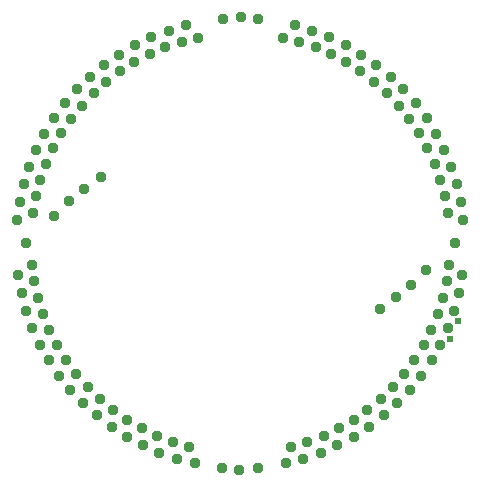
<source format=gbs>
%FSTAX23Y23*%
%MOIN*%
%SFA1B1*%

%IPPOS*%
%ADD16C,0.023900*%
%ADD17C,0.037500*%
%LNaltium_eib_128_panel-1*%
%LPD*%
G54D16*
X02112Y01092D03*
X02137Y01152D03*
G54D17*
X02032Y01322D03*
X01982Y01272D03*
X01932Y01232D03*
X01877Y01192D03*
X01088Y00738D03*
X00889Y00878D03*
X00947Y01632D03*
X00677Y01548D03*
X00792Y01502D03*
X00842Y01552D03*
X00892Y01592D03*
X00759Y01777D03*
X01008Y02041D03*
X01472Y02161D03*
X01415Y02167D03*
X01353Y0216D03*
X01231Y02138D03*
X01271Y02097D03*
X01217Y02083D03*
X01174Y02121D03*
X01115Y02098D03*
X01161Y02065D03*
X0111Y02042D03*
X01061Y02073D03*
X01059Y02015D03*
X01012Y01985D03*
X00959Y02007D03*
X0091Y01967D03*
X00965Y0195D03*
X00924Y01912D03*
X00868Y01925D03*
X00827Y01878D03*
X00883Y01869D03*
X00848Y01826D03*
X00792Y0183D03*
X00816Y01778D03*
X00789Y01729D03*
X00732Y01724D03*
X00708Y01665D03*
X00765Y01676D03*
X00746Y01623D03*
X0069Y01609D03*
X0073Y01568D03*
X0072Y01513D03*
X00668Y01489D03*
X00697Y01412D03*
X00699Y01187D03*
X00672Y01305D03*
X00717Y01341D03*
X00724Y01286D03*
X00683Y01247D03*
X00737Y01229D03*
X00754Y01176D03*
X00719Y01131D03*
X00745Y01073D03*
X00776Y01122D03*
X00801Y01072D03*
X00774Y01022D03*
X00809Y00969D03*
X00832Y01022D03*
X00865Y00977D03*
X00846Y00923D03*
X00903Y00933D03*
X00943Y00894D03*
X00933Y00838D03*
X00983Y00799D03*
X00988Y00856D03*
X01034Y00824D03*
X01033Y00767D03*
X01083Y00795D03*
X01134Y00771D03*
X01142Y00714D03*
X01202Y00694D03*
X01188Y0075D03*
X01242Y00734D03*
X0126Y0068D03*
X01352Y00663D03*
X01409Y00657D03*
X01472Y00663D03*
X01564Y0068D03*
X01622Y00694D03*
X01582Y00734D03*
X01636Y0075D03*
X01682Y00714D03*
X01736Y00738D03*
X01691Y00771D03*
X01741Y00795D03*
X01791Y00767D03*
X01841Y00799D03*
X01791Y00824D03*
X01836Y00856D03*
X01891Y00838D03*
X01935Y00878D03*
X01881Y00894D03*
X01921Y00933D03*
X01978Y00923D03*
X02015Y00969D03*
X01959Y00977D03*
X01992Y01022D03*
X0205Y01022D03*
X02079Y01073D03*
X02023Y01072D03*
X02048Y01122D03*
X02105Y01131D03*
X02125Y01187D03*
X0207Y01176D03*
X02087Y01229D03*
X02141Y01247D03*
X02152Y01305D03*
X021Y01286D03*
X02108Y01341D03*
X02127Y01412D03*
X02156Y01489D03*
X02148Y01548D03*
X02104Y01513D03*
X02094Y01568D03*
X02134Y01609D03*
X02116Y01665D03*
X02079Y01623D03*
X0206Y01676D03*
X02092Y01724D03*
X02065Y01777D03*
X02035Y01729D03*
X02008Y01778D03*
X02033Y0183D03*
X01998Y01878D03*
X01976Y01826D03*
X01941Y01869D03*
X01956Y01925D03*
X01914Y01967D03*
X01901Y01912D03*
X01859Y0195D03*
X01865Y02007D03*
X01816Y02041D03*
X01812Y01985D03*
X01765Y02015D03*
X01763Y02073D03*
X01709Y02098D03*
X01714Y02042D03*
X01663Y02065D03*
X0165Y02121D03*
X01553Y02097D03*
X01607Y02083D03*
X01593Y02138D03*
M02*
</source>
